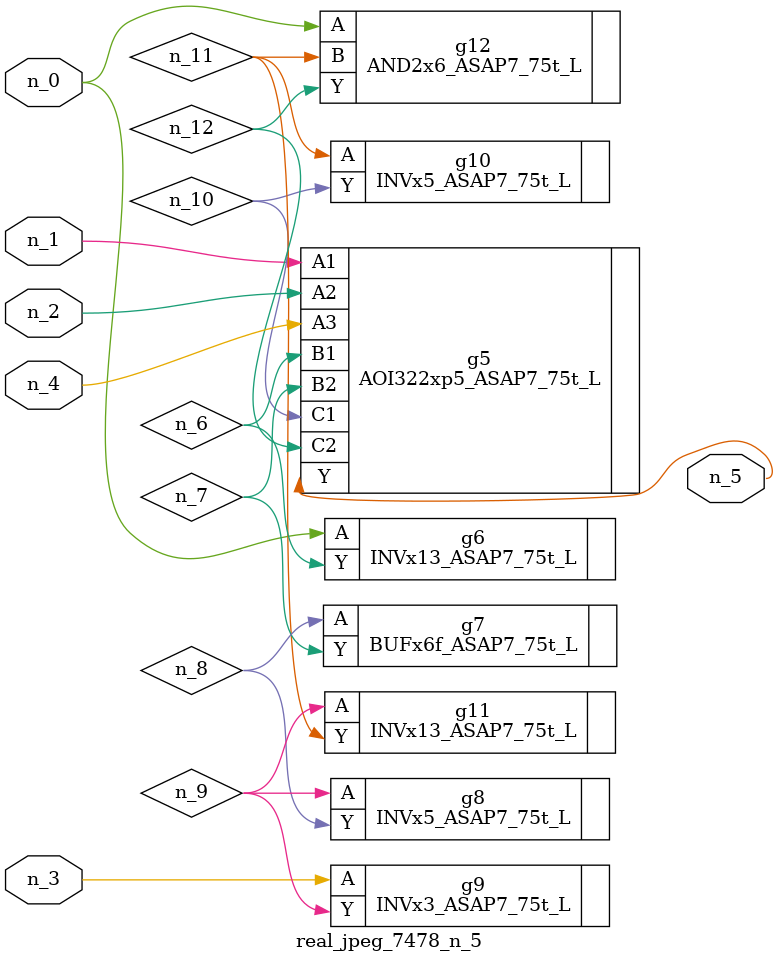
<source format=v>
module real_jpeg_7478_n_5 (n_4, n_0, n_1, n_2, n_3, n_5);

input n_4;
input n_0;
input n_1;
input n_2;
input n_3;

output n_5;

wire n_12;
wire n_8;
wire n_11;
wire n_6;
wire n_7;
wire n_10;
wire n_9;

INVx13_ASAP7_75t_L g6 ( 
.A(n_0),
.Y(n_6)
);

AND2x6_ASAP7_75t_L g12 ( 
.A(n_0),
.B(n_11),
.Y(n_12)
);

AOI322xp5_ASAP7_75t_L g5 ( 
.A1(n_1),
.A2(n_2),
.A3(n_4),
.B1(n_6),
.B2(n_7),
.C1(n_10),
.C2(n_12),
.Y(n_5)
);

INVx3_ASAP7_75t_L g9 ( 
.A(n_3),
.Y(n_9)
);

BUFx6f_ASAP7_75t_L g7 ( 
.A(n_8),
.Y(n_7)
);

INVx5_ASAP7_75t_L g8 ( 
.A(n_9),
.Y(n_8)
);

INVx13_ASAP7_75t_L g11 ( 
.A(n_9),
.Y(n_11)
);

INVx5_ASAP7_75t_L g10 ( 
.A(n_11),
.Y(n_10)
);


endmodule
</source>
